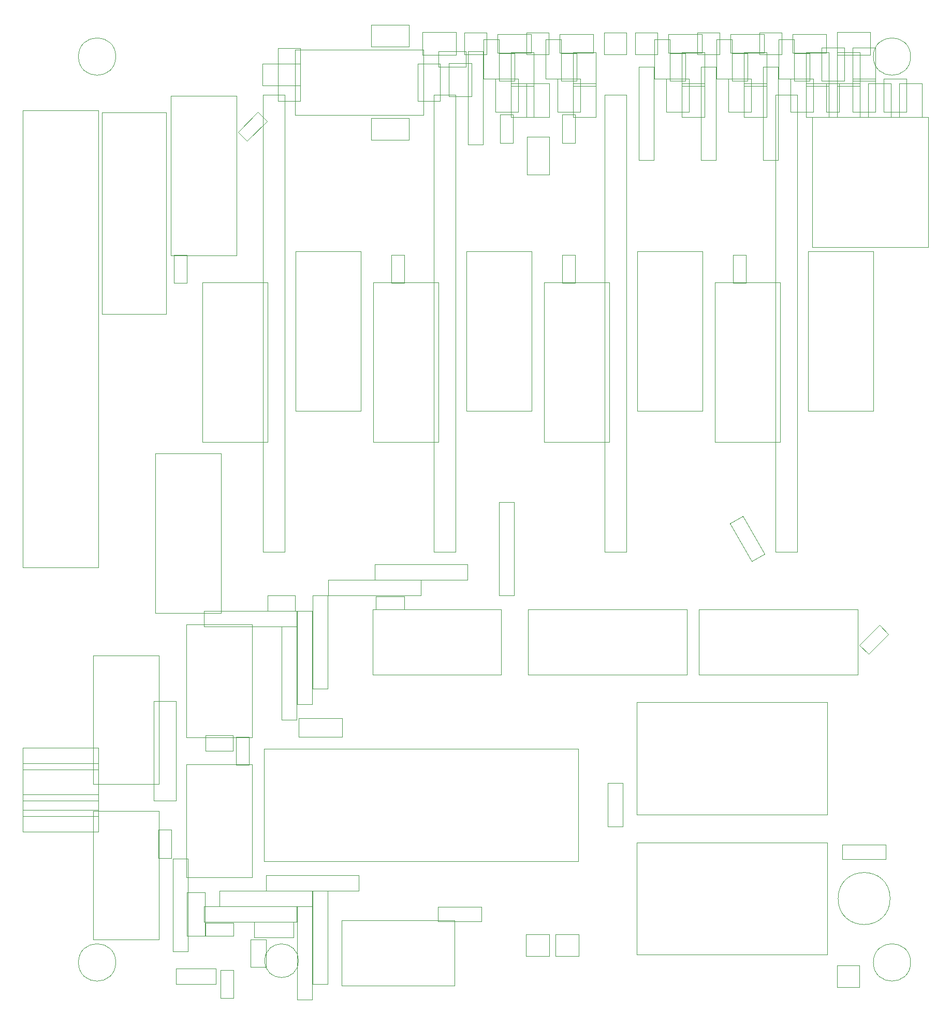
<source format=gbr>
%TF.GenerationSoftware,KiCad,Pcbnew,5.1.10*%
%TF.CreationDate,2022-02-01T20:50:29+01:00*%
%TF.ProjectId,Videoerweiterung,56696465-6f65-4727-9765-69746572756e,3*%
%TF.SameCoordinates,Original*%
%TF.FileFunction,Other,User*%
%FSLAX46Y46*%
G04 Gerber Fmt 4.6, Leading zero omitted, Abs format (unit mm)*
G04 Created by KiCad (PCBNEW 5.1.10) date 2022-02-01 20:50:29*
%MOMM*%
%LPD*%
G01*
G04 APERTURE LIST*
%ADD10C,0.050000*%
%ADD11C,0.120000*%
G04 APERTURE END LIST*
D10*
%TO.C,X206*%
X120020000Y-198880000D02*
X120020000Y-202440000D01*
X120020000Y-202440000D02*
X123820000Y-202440000D01*
X123820000Y-202440000D02*
X123820000Y-198880000D01*
X123820000Y-198880000D02*
X120020000Y-198880000D01*
X124820000Y-198880000D02*
X124820000Y-202440000D01*
X124820000Y-202440000D02*
X128620000Y-202440000D01*
X128620000Y-202440000D02*
X128620000Y-198880000D01*
X128620000Y-198880000D02*
X124820000Y-198880000D01*
%TO.C,C23*%
X179550000Y-193040000D02*
G75*
G03*
X179550000Y-193040000I-4250000J0D01*
G01*
D11*
%TO.C,X401*%
X166800000Y-86600000D02*
X185800000Y-86600000D01*
X166800000Y-65400000D02*
X166800000Y-86600000D01*
X185800000Y-65400000D02*
X166800000Y-65400000D01*
X185800000Y-65400000D02*
X185800000Y-86600000D01*
D10*
%TO.C,VT404*%
X161310000Y-52630000D02*
X161310000Y-59130000D01*
X163860000Y-52630000D02*
X161310000Y-52630000D01*
X163860000Y-59130000D02*
X163860000Y-52630000D01*
X161310000Y-59130000D02*
X163860000Y-59130000D01*
%TO.C,VT403*%
X151150000Y-52630000D02*
X151150000Y-59130000D01*
X153700000Y-52630000D02*
X151150000Y-52630000D01*
X153700000Y-59130000D02*
X153700000Y-52630000D01*
X151150000Y-59130000D02*
X153700000Y-59130000D01*
%TO.C,VT402*%
X140990000Y-52630000D02*
X140990000Y-59130000D01*
X143540000Y-52630000D02*
X140990000Y-52630000D01*
X143540000Y-59130000D02*
X143540000Y-52630000D01*
X140990000Y-59130000D02*
X143540000Y-59130000D01*
%TO.C,VT401*%
X123210000Y-52630000D02*
X123210000Y-59130000D01*
X125760000Y-52630000D02*
X123210000Y-52630000D01*
X125760000Y-59130000D02*
X125760000Y-52630000D01*
X123210000Y-59130000D02*
X125760000Y-59130000D01*
%TO.C,VT400*%
X113050000Y-52630000D02*
X113050000Y-59130000D01*
X115600000Y-52630000D02*
X113050000Y-52630000D01*
X115600000Y-59130000D02*
X115600000Y-52630000D01*
X113050000Y-59130000D02*
X115600000Y-59130000D01*
%TO.C,VT201*%
X62790000Y-206990000D02*
X69290000Y-206990000D01*
X62790000Y-204440000D02*
X62790000Y-206990000D01*
X69290000Y-204440000D02*
X62790000Y-204440000D01*
X69290000Y-206990000D02*
X69290000Y-204440000D01*
%TO.C,VT200*%
X75510000Y-199370000D02*
X82010000Y-199370000D01*
X75510000Y-196820000D02*
X75510000Y-199370000D01*
X82010000Y-196820000D02*
X75510000Y-196820000D01*
X82010000Y-199370000D02*
X82010000Y-196820000D01*
%TO.C,VD203*%
X82240000Y-143530000D02*
X77740000Y-143530000D01*
X82240000Y-146080000D02*
X82240000Y-143530000D01*
X77740000Y-146080000D02*
X82240000Y-146080000D01*
X77740000Y-143530000D02*
X77740000Y-146080000D01*
%TO.C,R212*%
X67330000Y-146070000D02*
X67330000Y-148570000D01*
X67330000Y-148570000D02*
X82530000Y-148570000D01*
X82530000Y-148570000D02*
X82530000Y-146070000D01*
X82530000Y-146070000D02*
X67330000Y-146070000D01*
%TO.C,TP201*%
X174520000Y-203940000D02*
X170920000Y-203940000D01*
X174520000Y-207540000D02*
X174520000Y-203940000D01*
X170920000Y-207540000D02*
X174520000Y-207540000D01*
X170920000Y-203940000D02*
X170920000Y-207540000D01*
%TO.C,H3*%
X182910000Y-55480000D02*
G75*
G03*
X182910000Y-55480000I-3050000J0D01*
G01*
%TO.C,X205*%
X50060000Y-182140000D02*
X50060000Y-178540000D01*
X50060000Y-178540000D02*
X37710000Y-178540000D01*
X37710000Y-178540000D02*
X37710000Y-182140000D01*
X37710000Y-182140000D02*
X50060000Y-182140000D01*
%TO.C,R409*%
X177110000Y-59470000D02*
X177110000Y-54030000D01*
X173410000Y-59470000D02*
X177110000Y-59470000D01*
X173410000Y-54030000D02*
X173410000Y-59470000D01*
X177110000Y-54030000D02*
X173410000Y-54030000D01*
%TO.C,R408*%
X176310000Y-51490000D02*
X170870000Y-51490000D01*
X176310000Y-55190000D02*
X176310000Y-51490000D01*
X170870000Y-55190000D02*
X176310000Y-55190000D01*
X170870000Y-51490000D02*
X170870000Y-55190000D01*
%TO.C,R407*%
X170870000Y-54830000D02*
X170870000Y-60270000D01*
X174570000Y-54830000D02*
X170870000Y-54830000D01*
X174570000Y-60270000D02*
X174570000Y-54830000D01*
X170870000Y-60270000D02*
X174570000Y-60270000D01*
%TO.C,R406*%
X172030000Y-59470000D02*
X172030000Y-54030000D01*
X168330000Y-59470000D02*
X172030000Y-59470000D01*
X168330000Y-54030000D02*
X168330000Y-59470000D01*
X172030000Y-54030000D02*
X168330000Y-54030000D01*
%TO.C,R405*%
X181030000Y-59910000D02*
X181030000Y-65350000D01*
X184730000Y-59910000D02*
X181030000Y-59910000D01*
X184730000Y-65350000D02*
X184730000Y-59910000D01*
X181030000Y-65350000D02*
X184730000Y-65350000D01*
%TO.C,R404*%
X182190000Y-64550000D02*
X182190000Y-59110000D01*
X178490000Y-64550000D02*
X182190000Y-64550000D01*
X178490000Y-59110000D02*
X178490000Y-64550000D01*
X182190000Y-59110000D02*
X178490000Y-59110000D01*
%TO.C,R403*%
X177110000Y-64550000D02*
X177110000Y-59110000D01*
X173410000Y-64550000D02*
X177110000Y-64550000D01*
X173410000Y-59110000D02*
X173410000Y-64550000D01*
X177110000Y-59110000D02*
X173410000Y-59110000D01*
%TO.C,R402*%
X175950000Y-59910000D02*
X175950000Y-65350000D01*
X179650000Y-59910000D02*
X175950000Y-59910000D01*
X179650000Y-65350000D02*
X179650000Y-59910000D01*
X175950000Y-65350000D02*
X179650000Y-65350000D01*
%TO.C,R401*%
X170870000Y-59910000D02*
X170870000Y-65350000D01*
X174570000Y-59910000D02*
X170870000Y-59910000D01*
X174570000Y-65350000D02*
X174570000Y-59910000D01*
X170870000Y-65350000D02*
X174570000Y-65350000D01*
%TO.C,TP404*%
X161820000Y-51540000D02*
X158220000Y-51540000D01*
X161820000Y-55140000D02*
X161820000Y-51540000D01*
X158220000Y-55140000D02*
X161820000Y-55140000D01*
X158220000Y-51540000D02*
X158220000Y-55140000D01*
%TO.C,TP403*%
X151660000Y-51540000D02*
X148060000Y-51540000D01*
X151660000Y-55140000D02*
X151660000Y-51540000D01*
X148060000Y-55140000D02*
X151660000Y-55140000D01*
X148060000Y-51540000D02*
X148060000Y-55140000D01*
%TO.C,TP402*%
X141500000Y-51540000D02*
X137900000Y-51540000D01*
X141500000Y-55140000D02*
X141500000Y-51540000D01*
X137900000Y-55140000D02*
X141500000Y-55140000D01*
X137900000Y-51540000D02*
X137900000Y-55140000D01*
%TO.C,TP401*%
X123720000Y-51540000D02*
X120120000Y-51540000D01*
X123720000Y-55140000D02*
X123720000Y-51540000D01*
X120120000Y-55140000D02*
X123720000Y-55140000D01*
X120120000Y-51540000D02*
X120120000Y-55140000D01*
%TO.C,TP400*%
X113560000Y-51540000D02*
X109960000Y-51540000D01*
X113560000Y-55140000D02*
X113560000Y-51540000D01*
X109960000Y-55140000D02*
X113560000Y-55140000D01*
X109960000Y-51540000D02*
X109960000Y-55140000D01*
%TO.C,R501*%
X111070000Y-62010000D02*
X111070000Y-56570000D01*
X107370000Y-62010000D02*
X111070000Y-62010000D01*
X107370000Y-56570000D02*
X107370000Y-62010000D01*
X111070000Y-56570000D02*
X107370000Y-56570000D01*
%TO.C,JP507*%
X94720000Y-50270000D02*
X94720000Y-53870000D01*
X100870000Y-50270000D02*
X94720000Y-50270000D01*
X100870000Y-53870000D02*
X100870000Y-50270000D01*
X94720000Y-53870000D02*
X100870000Y-53870000D01*
%TO.C,JP506*%
X123800000Y-68600000D02*
X120200000Y-68600000D01*
X123800000Y-74750000D02*
X123800000Y-68600000D01*
X120200000Y-74750000D02*
X123800000Y-74750000D01*
X120200000Y-68600000D02*
X120200000Y-74750000D01*
%TO.C,JP505*%
X105940000Y-56620000D02*
X102340000Y-56620000D01*
X105940000Y-62770000D02*
X105940000Y-56620000D01*
X102340000Y-62770000D02*
X105940000Y-62770000D01*
X102340000Y-56620000D02*
X102340000Y-62770000D01*
%TO.C,JP504*%
X83080000Y-56620000D02*
X79480000Y-56620000D01*
X83080000Y-62770000D02*
X83080000Y-56620000D01*
X79480000Y-62770000D02*
X83080000Y-62770000D01*
X79480000Y-56620000D02*
X79480000Y-62770000D01*
%TO.C,JP503*%
X83080000Y-60220000D02*
X83080000Y-56620000D01*
X76930000Y-60220000D02*
X83080000Y-60220000D01*
X76930000Y-56620000D02*
X76930000Y-60220000D01*
X83080000Y-56620000D02*
X76930000Y-56620000D01*
%TO.C,JP502*%
X94720000Y-65510000D02*
X94720000Y-69110000D01*
X100870000Y-65510000D02*
X94720000Y-65510000D01*
X100870000Y-69110000D02*
X100870000Y-65510000D01*
X94720000Y-69110000D02*
X100870000Y-69110000D01*
%TO.C,JP501*%
X83080000Y-54080000D02*
X79480000Y-54080000D01*
X83080000Y-60230000D02*
X83080000Y-54080000D01*
X79480000Y-60230000D02*
X83080000Y-60230000D01*
X79480000Y-54080000D02*
X79480000Y-60230000D01*
%TO.C,VD201*%
X72170000Y-204740000D02*
X70070000Y-204740000D01*
X70070000Y-204740000D02*
X70070000Y-209330000D01*
X70070000Y-209330000D02*
X72170000Y-209330000D01*
X72170000Y-209330000D02*
X72170000Y-204740000D01*
%TO.C,C18*%
X105630000Y-194380000D02*
X105630000Y-196780000D01*
X105630000Y-196780000D02*
X112730000Y-196780000D01*
X112730000Y-196780000D02*
X112730000Y-194380000D01*
X112730000Y-194380000D02*
X105630000Y-194380000D01*
%TO.C,C24*%
X72170000Y-199170000D02*
X72170000Y-197070000D01*
X72170000Y-197070000D02*
X67570000Y-197070000D01*
X67570000Y-197070000D02*
X67570000Y-199170000D01*
X67570000Y-199170000D02*
X72170000Y-199170000D01*
%TO.C,X202*%
X50060000Y-177060000D02*
X50060000Y-170910000D01*
X50060000Y-170910000D02*
X37710000Y-170910000D01*
X37710000Y-170910000D02*
X37710000Y-177060000D01*
X37710000Y-177060000D02*
X50060000Y-177060000D01*
%TO.C,C22*%
X178850000Y-186620000D02*
X178850000Y-184220000D01*
X178850000Y-184220000D02*
X171750000Y-184220000D01*
X171750000Y-184220000D02*
X171750000Y-186620000D01*
X171750000Y-186620000D02*
X178850000Y-186620000D01*
%TO.C,C20*%
X179284924Y-149860000D02*
X177800000Y-148375076D01*
X177800000Y-148375076D02*
X174547309Y-151627767D01*
X174547309Y-151627767D02*
X176032233Y-153112691D01*
X176032233Y-153112691D02*
X179284924Y-149860000D01*
%TO.C,C19*%
X155454230Y-130570673D02*
X153375770Y-131770673D01*
X153375770Y-131770673D02*
X156925770Y-137919454D01*
X156925770Y-137919454D02*
X159004230Y-136719454D01*
X159004230Y-136719454D02*
X155454230Y-130570673D01*
%TO.C,C17*%
X62010000Y-181830000D02*
X59910000Y-181830000D01*
X59910000Y-181830000D02*
X59910000Y-186430000D01*
X59910000Y-186430000D02*
X62010000Y-186430000D01*
X62010000Y-186430000D02*
X62010000Y-181830000D01*
%TO.C,C15*%
X72610000Y-171230000D02*
X74710000Y-171230000D01*
X74710000Y-171230000D02*
X74710000Y-166630000D01*
X74710000Y-166630000D02*
X72610000Y-166630000D01*
X72610000Y-166630000D02*
X72610000Y-171230000D01*
%TO.C,C14*%
X95470000Y-143730000D02*
X95470000Y-145830000D01*
X95470000Y-145830000D02*
X100070000Y-145830000D01*
X100070000Y-145830000D02*
X100070000Y-143730000D01*
X100070000Y-143730000D02*
X95470000Y-143730000D01*
%TO.C,C13*%
X153890000Y-92490000D02*
X155990000Y-92490000D01*
X155990000Y-92490000D02*
X155990000Y-87890000D01*
X155990000Y-87890000D02*
X153890000Y-87890000D01*
X153890000Y-87890000D02*
X153890000Y-92490000D01*
%TO.C,C12*%
X128050000Y-64990000D02*
X125950000Y-64990000D01*
X125950000Y-64990000D02*
X125950000Y-69590000D01*
X125950000Y-69590000D02*
X128050000Y-69590000D01*
X128050000Y-69590000D02*
X128050000Y-64990000D01*
%TO.C,C10*%
X125950000Y-92490000D02*
X128050000Y-92490000D01*
X128050000Y-92490000D02*
X128050000Y-87890000D01*
X128050000Y-87890000D02*
X125950000Y-87890000D01*
X125950000Y-87890000D02*
X125950000Y-92490000D01*
%TO.C,C9*%
X62450000Y-92490000D02*
X64550000Y-92490000D01*
X64550000Y-92490000D02*
X64550000Y-87890000D01*
X64550000Y-87890000D02*
X62450000Y-87890000D01*
X62450000Y-87890000D02*
X62450000Y-92490000D01*
%TO.C,C8*%
X117890000Y-64990000D02*
X115790000Y-64990000D01*
X115790000Y-64990000D02*
X115790000Y-69590000D01*
X115790000Y-69590000D02*
X117890000Y-69590000D01*
X117890000Y-69590000D02*
X117890000Y-64990000D01*
%TO.C,C7*%
X98010000Y-92490000D02*
X100110000Y-92490000D01*
X100110000Y-92490000D02*
X100110000Y-87890000D01*
X100110000Y-87890000D02*
X98010000Y-87890000D01*
X98010000Y-87890000D02*
X98010000Y-92490000D01*
%TO.C,C5*%
X171230000Y-59910000D02*
X169130000Y-59910000D01*
X169130000Y-59910000D02*
X169130000Y-64510000D01*
X169130000Y-64510000D02*
X171230000Y-64510000D01*
X171230000Y-64510000D02*
X171230000Y-59910000D01*
%TO.C,C4*%
X77644924Y-66040000D02*
X76160000Y-64555076D01*
X76160000Y-64555076D02*
X72907309Y-67807767D01*
X72907309Y-67807767D02*
X74392233Y-69292691D01*
X74392233Y-69292691D02*
X77644924Y-66040000D01*
%TO.C,C3*%
X135820000Y-174210000D02*
X133420000Y-174210000D01*
X133420000Y-174210000D02*
X133420000Y-181310000D01*
X133420000Y-181310000D02*
X135820000Y-181310000D01*
X135820000Y-181310000D02*
X135820000Y-174210000D01*
%TO.C,C2*%
X61130000Y-64590000D02*
X50630000Y-64590000D01*
X50630000Y-64590000D02*
X50630000Y-97570000D01*
X50630000Y-97570000D02*
X61130000Y-97570000D01*
X61130000Y-97570000D02*
X61130000Y-64590000D01*
%TO.C,X405*%
X132820000Y-51540000D02*
X132820000Y-55140000D01*
X132820000Y-55140000D02*
X136420000Y-55140000D01*
X136420000Y-55140000D02*
X136420000Y-51540000D01*
X136420000Y-51540000D02*
X132820000Y-51540000D01*
%TO.C,C202*%
X89950000Y-166600000D02*
X89950000Y-163600000D01*
X89950000Y-163600000D02*
X82850000Y-163600000D01*
X82850000Y-163600000D02*
X82850000Y-166600000D01*
X82850000Y-166600000D02*
X89950000Y-166600000D01*
%TO.C,R20*%
X120070000Y-65350000D02*
X123770000Y-65350000D01*
X123770000Y-65350000D02*
X123770000Y-59910000D01*
X123770000Y-59910000D02*
X120070000Y-59910000D01*
X120070000Y-59910000D02*
X120070000Y-65350000D01*
%TO.C,VD405*%
X163850000Y-59420000D02*
X166400000Y-59420000D01*
X166400000Y-59420000D02*
X166400000Y-54920000D01*
X166400000Y-54920000D02*
X163850000Y-54920000D01*
X163850000Y-54920000D02*
X163850000Y-59420000D01*
%TO.C,VD404*%
X153690000Y-59420000D02*
X156240000Y-59420000D01*
X156240000Y-59420000D02*
X156240000Y-54920000D01*
X156240000Y-54920000D02*
X153690000Y-54920000D01*
X153690000Y-54920000D02*
X153690000Y-59420000D01*
%TO.C,VD403*%
X143530000Y-59420000D02*
X146080000Y-59420000D01*
X146080000Y-59420000D02*
X146080000Y-54920000D01*
X146080000Y-54920000D02*
X143530000Y-54920000D01*
X143530000Y-54920000D02*
X143530000Y-59420000D01*
%TO.C,VD402*%
X125750000Y-59420000D02*
X128300000Y-59420000D01*
X128300000Y-59420000D02*
X128300000Y-54920000D01*
X128300000Y-54920000D02*
X125750000Y-54920000D01*
X125750000Y-54920000D02*
X125750000Y-59420000D01*
%TO.C,VD401*%
X115590000Y-59420000D02*
X118140000Y-59420000D01*
X118140000Y-59420000D02*
X118140000Y-54920000D01*
X118140000Y-54920000D02*
X115590000Y-54920000D01*
X115590000Y-54920000D02*
X115590000Y-59420000D01*
%TO.C,VD400*%
X105680000Y-54630000D02*
X105680000Y-57180000D01*
X105680000Y-57180000D02*
X110180000Y-57180000D01*
X110180000Y-57180000D02*
X110180000Y-54630000D01*
X110180000Y-54630000D02*
X105680000Y-54630000D01*
%TO.C,VD202*%
X67580000Y-166390000D02*
X67580000Y-168940000D01*
X67580000Y-168940000D02*
X72080000Y-168940000D01*
X72080000Y-168940000D02*
X72080000Y-166390000D01*
X72080000Y-166390000D02*
X67580000Y-166390000D01*
%TO.C,VD200*%
X74950000Y-204200000D02*
X77500000Y-204200000D01*
X77500000Y-204200000D02*
X77500000Y-199700000D01*
X77500000Y-199700000D02*
X74950000Y-199700000D01*
X74950000Y-199700000D02*
X74950000Y-204200000D01*
%TO.C,D21*%
X49250000Y-178740000D02*
X49250000Y-199740000D01*
X49250000Y-199740000D02*
X59950000Y-199740000D01*
X59950000Y-199740000D02*
X59950000Y-178740000D01*
X59950000Y-178740000D02*
X49250000Y-178740000D01*
%TO.C,D20*%
X49250000Y-153340000D02*
X49250000Y-174340000D01*
X49250000Y-174340000D02*
X59950000Y-174340000D01*
X59950000Y-174340000D02*
X59950000Y-153340000D01*
X59950000Y-153340000D02*
X49250000Y-153340000D01*
%TO.C,D19*%
X64490000Y-171120000D02*
X64490000Y-189570000D01*
X64490000Y-189570000D02*
X75190000Y-189570000D01*
X75190000Y-189570000D02*
X75190000Y-171120000D01*
X75190000Y-171120000D02*
X64490000Y-171120000D01*
%TO.C,D18*%
X64490000Y-148260000D02*
X64490000Y-166710000D01*
X64490000Y-166710000D02*
X75190000Y-166710000D01*
X75190000Y-166710000D02*
X75190000Y-148260000D01*
X75190000Y-148260000D02*
X64490000Y-148260000D01*
%TO.C,D17*%
X59410000Y-120320000D02*
X59410000Y-146370000D01*
X59410000Y-146370000D02*
X70110000Y-146370000D01*
X70110000Y-146370000D02*
X70110000Y-120320000D01*
X70110000Y-120320000D02*
X59410000Y-120320000D01*
%TO.C,D16*%
X77750000Y-118440000D02*
X77750000Y-92390000D01*
X77750000Y-92390000D02*
X67050000Y-92390000D01*
X67050000Y-92390000D02*
X67050000Y-118440000D01*
X67050000Y-118440000D02*
X77750000Y-118440000D01*
%TO.C,D15*%
X61950000Y-61900000D02*
X61950000Y-87950000D01*
X61950000Y-87950000D02*
X72650000Y-87950000D01*
X72650000Y-87950000D02*
X72650000Y-61900000D01*
X72650000Y-61900000D02*
X61950000Y-61900000D01*
%TO.C,D14*%
X89840000Y-207290000D02*
X108290000Y-207290000D01*
X108290000Y-207290000D02*
X108290000Y-196590000D01*
X108290000Y-196590000D02*
X89840000Y-196590000D01*
X89840000Y-196590000D02*
X89840000Y-207290000D01*
%TO.C,D13*%
X77140000Y-186970000D02*
X128590000Y-186970000D01*
X128590000Y-186970000D02*
X128590000Y-168620000D01*
X128590000Y-168620000D02*
X77140000Y-168620000D01*
X77140000Y-168620000D02*
X77140000Y-186970000D01*
%TO.C,D12*%
X92990000Y-113360000D02*
X92990000Y-87310000D01*
X92990000Y-87310000D02*
X82290000Y-87310000D01*
X82290000Y-87310000D02*
X82290000Y-113360000D01*
X82290000Y-113360000D02*
X92990000Y-113360000D01*
%TO.C,D11*%
X105690000Y-118440000D02*
X105690000Y-92390000D01*
X105690000Y-92390000D02*
X94990000Y-92390000D01*
X94990000Y-92390000D02*
X94990000Y-118440000D01*
X94990000Y-118440000D02*
X105690000Y-118440000D01*
%TO.C,D10*%
X94920000Y-156490000D02*
X115920000Y-156490000D01*
X115920000Y-156490000D02*
X115920000Y-145790000D01*
X115920000Y-145790000D02*
X94920000Y-145790000D01*
X94920000Y-145790000D02*
X94920000Y-156490000D01*
%TO.C,D9*%
X120930000Y-113360000D02*
X120930000Y-87310000D01*
X120930000Y-87310000D02*
X110230000Y-87310000D01*
X110230000Y-87310000D02*
X110230000Y-113360000D01*
X110230000Y-113360000D02*
X120930000Y-113360000D01*
%TO.C,D8*%
X120320000Y-156490000D02*
X146370000Y-156490000D01*
X146370000Y-156490000D02*
X146370000Y-145790000D01*
X146370000Y-145790000D02*
X120320000Y-145790000D01*
X120320000Y-145790000D02*
X120320000Y-156490000D01*
%TO.C,D7*%
X133630000Y-118440000D02*
X133630000Y-92390000D01*
X133630000Y-92390000D02*
X122930000Y-92390000D01*
X122930000Y-92390000D02*
X122930000Y-118440000D01*
X122930000Y-118440000D02*
X133630000Y-118440000D01*
%TO.C,D6*%
X169240000Y-183870000D02*
X138090000Y-183870000D01*
X138090000Y-183870000D02*
X138090000Y-202220000D01*
X138090000Y-202220000D02*
X169240000Y-202220000D01*
X169240000Y-202220000D02*
X169240000Y-183870000D01*
%TO.C,D5*%
X138100000Y-179350000D02*
X169250000Y-179350000D01*
X169250000Y-179350000D02*
X169250000Y-161000000D01*
X169250000Y-161000000D02*
X138100000Y-161000000D01*
X138100000Y-161000000D02*
X138100000Y-179350000D01*
%TO.C,D4*%
X148870000Y-113360000D02*
X148870000Y-87310000D01*
X148870000Y-87310000D02*
X138170000Y-87310000D01*
X138170000Y-87310000D02*
X138170000Y-113360000D01*
X138170000Y-113360000D02*
X148870000Y-113360000D01*
%TO.C,D3*%
X161570000Y-118440000D02*
X161570000Y-92390000D01*
X161570000Y-92390000D02*
X150870000Y-92390000D01*
X150870000Y-92390000D02*
X150870000Y-118440000D01*
X150870000Y-118440000D02*
X161570000Y-118440000D01*
%TO.C,D2*%
X148260000Y-156490000D02*
X174310000Y-156490000D01*
X174310000Y-156490000D02*
X174310000Y-145790000D01*
X174310000Y-145790000D02*
X148260000Y-145790000D01*
X148260000Y-145790000D02*
X148260000Y-156490000D01*
%TO.C,D1*%
X176810000Y-113360000D02*
X176810000Y-87310000D01*
X176810000Y-87310000D02*
X166110000Y-87310000D01*
X166110000Y-87310000D02*
X166110000Y-113360000D01*
X166110000Y-113360000D02*
X176810000Y-113360000D01*
%TO.C,D0*%
X82220000Y-65050000D02*
X103220000Y-65050000D01*
X103220000Y-65050000D02*
X103220000Y-54350000D01*
X103220000Y-54350000D02*
X82220000Y-54350000D01*
X82220000Y-54350000D02*
X82220000Y-65050000D01*
%TO.C,H4*%
X182910000Y-203480000D02*
G75*
G03*
X182910000Y-203480000I-3050000J0D01*
G01*
%TO.C,H2*%
X52910000Y-203480000D02*
G75*
G03*
X52910000Y-203480000I-3050000J0D01*
G01*
%TO.C,H1*%
X52910000Y-55480000D02*
G75*
G03*
X52910000Y-55480000I-3050000J0D01*
G01*
%TO.C,R211*%
X115590000Y-128290000D02*
X115590000Y-143490000D01*
X118090000Y-128290000D02*
X115590000Y-128290000D01*
X118090000Y-143490000D02*
X118090000Y-128290000D01*
X115590000Y-143490000D02*
X118090000Y-143490000D01*
%TO.C,R210*%
X85070000Y-161270000D02*
X85070000Y-146070000D01*
X82570000Y-161270000D02*
X85070000Y-161270000D01*
X82570000Y-146070000D02*
X82570000Y-161270000D01*
X85070000Y-146070000D02*
X82570000Y-146070000D01*
%TO.C,R209*%
X87610000Y-158730000D02*
X87610000Y-143530000D01*
X85110000Y-158730000D02*
X87610000Y-158730000D01*
X85110000Y-143530000D02*
X85110000Y-158730000D01*
X87610000Y-143530000D02*
X85110000Y-143530000D01*
%TO.C,R208*%
X87650000Y-143490000D02*
X102850000Y-143490000D01*
X87650000Y-140990000D02*
X87650000Y-143490000D01*
X102850000Y-140990000D02*
X87650000Y-140990000D01*
X102850000Y-143490000D02*
X102850000Y-140990000D01*
%TO.C,R207*%
X95270000Y-140950000D02*
X110470000Y-140950000D01*
X95270000Y-138450000D02*
X95270000Y-140950000D01*
X110470000Y-138450000D02*
X95270000Y-138450000D01*
X110470000Y-140950000D02*
X110470000Y-138450000D01*
%TO.C,R206*%
X82530000Y-163810000D02*
X82530000Y-148610000D01*
X80030000Y-163810000D02*
X82530000Y-163810000D01*
X80030000Y-148610000D02*
X80030000Y-163810000D01*
X82530000Y-148610000D02*
X80030000Y-148610000D01*
%TO.C,R205*%
X92690000Y-189250000D02*
X77490000Y-189250000D01*
X92690000Y-191750000D02*
X92690000Y-189250000D01*
X77490000Y-191750000D02*
X92690000Y-191750000D01*
X77490000Y-189250000D02*
X77490000Y-191750000D01*
%TO.C,R204*%
X62250000Y-186510000D02*
X62250000Y-201710000D01*
X64750000Y-186510000D02*
X62250000Y-186510000D01*
X64750000Y-201710000D02*
X64750000Y-186510000D01*
X62250000Y-201710000D02*
X64750000Y-201710000D01*
%TO.C,R203*%
X85110000Y-191790000D02*
X85110000Y-206990000D01*
X87610000Y-191790000D02*
X85110000Y-191790000D01*
X87610000Y-206990000D02*
X87610000Y-191790000D01*
X85110000Y-206990000D02*
X87610000Y-206990000D01*
%TO.C,R202*%
X85070000Y-209530000D02*
X85070000Y-194330000D01*
X82570000Y-209530000D02*
X85070000Y-209530000D01*
X82570000Y-194330000D02*
X82570000Y-209530000D01*
X85070000Y-194330000D02*
X82570000Y-194330000D01*
%TO.C,R201*%
X85070000Y-191790000D02*
X69870000Y-191790000D01*
X85070000Y-194290000D02*
X85070000Y-191790000D01*
X69870000Y-194290000D02*
X85070000Y-194290000D01*
X69870000Y-191790000D02*
X69870000Y-194290000D01*
%TO.C,R200*%
X67330000Y-196830000D02*
X82530000Y-196830000D01*
X67330000Y-194330000D02*
X67330000Y-196830000D01*
X82530000Y-194330000D02*
X67330000Y-194330000D01*
X82530000Y-196830000D02*
X82530000Y-194330000D01*
%TO.C,R25*%
X110510000Y-54630000D02*
X110510000Y-69830000D01*
X113010000Y-54630000D02*
X110510000Y-54630000D01*
X113010000Y-69830000D02*
X113010000Y-54630000D01*
X110510000Y-69830000D02*
X113010000Y-69830000D01*
%TO.C,R15*%
X138450000Y-57170000D02*
X138450000Y-72370000D01*
X140950000Y-57170000D02*
X138450000Y-57170000D01*
X140950000Y-72370000D02*
X140950000Y-57170000D01*
X138450000Y-72370000D02*
X140950000Y-72370000D01*
%TO.C,R10*%
X148610000Y-57170000D02*
X148610000Y-72370000D01*
X151110000Y-57170000D02*
X148610000Y-57170000D01*
X151110000Y-72370000D02*
X151110000Y-57170000D01*
X148610000Y-72370000D02*
X151110000Y-72370000D01*
%TO.C,R5*%
X158770000Y-57170000D02*
X158770000Y-72370000D01*
X161270000Y-57170000D02*
X158770000Y-57170000D01*
X161270000Y-72370000D02*
X161270000Y-57170000D01*
X158770000Y-72370000D02*
X161270000Y-72370000D01*
%TO.C,X303*%
X136420000Y-61720000D02*
X136420000Y-136420000D01*
X132870000Y-61720000D02*
X136420000Y-61720000D01*
X132870000Y-136420000D02*
X132870000Y-61720000D01*
X136420000Y-136420000D02*
X132870000Y-136420000D01*
%TO.C,X302*%
X108480000Y-61720000D02*
X108480000Y-136420000D01*
X104930000Y-61720000D02*
X108480000Y-61720000D01*
X104930000Y-136420000D02*
X104930000Y-61720000D01*
X108480000Y-136420000D02*
X104930000Y-136420000D01*
%TO.C,X301*%
X164360000Y-61720000D02*
X164360000Y-136420000D01*
X160810000Y-61720000D02*
X164360000Y-61720000D01*
X160810000Y-136420000D02*
X160810000Y-61720000D01*
X164360000Y-136420000D02*
X160810000Y-136420000D01*
%TO.C,X300*%
X80540000Y-61720000D02*
X80540000Y-136420000D01*
X76990000Y-61720000D02*
X80540000Y-61720000D01*
X76990000Y-136420000D02*
X76990000Y-61720000D01*
X80540000Y-136420000D02*
X76990000Y-136420000D01*
%TO.C,X204*%
X37710000Y-171980000D02*
X50060000Y-171980000D01*
X37710000Y-168380000D02*
X37710000Y-171980000D01*
X50060000Y-168380000D02*
X37710000Y-168380000D01*
X50060000Y-171980000D02*
X50060000Y-168380000D01*
%TO.C,X203*%
X62760000Y-160760000D02*
X59160000Y-160760000D01*
X62760000Y-177060000D02*
X62760000Y-160760000D01*
X59160000Y-177060000D02*
X62760000Y-177060000D01*
X59160000Y-160760000D02*
X59160000Y-177060000D01*
%TO.C,X201*%
X37710000Y-179600000D02*
X50060000Y-179600000D01*
X37710000Y-176000000D02*
X37710000Y-179600000D01*
X50060000Y-176000000D02*
X37710000Y-176000000D01*
X50060000Y-179600000D02*
X50060000Y-176000000D01*
%TO.C,X200*%
X37710000Y-138960000D02*
X50060000Y-138960000D01*
X37710000Y-64260000D02*
X37710000Y-138960000D01*
X50060000Y-64260000D02*
X37710000Y-64260000D01*
X50060000Y-138960000D02*
X50060000Y-64260000D01*
%TO.C,R26*%
X103090000Y-55190000D02*
X108530000Y-55190000D01*
X103090000Y-51490000D02*
X103090000Y-55190000D01*
X108530000Y-51490000D02*
X103090000Y-51490000D01*
X108530000Y-55190000D02*
X108530000Y-51490000D01*
%TO.C,R24*%
X118690000Y-64550000D02*
X118690000Y-59110000D01*
X114990000Y-64550000D02*
X118690000Y-64550000D01*
X114990000Y-59110000D02*
X114990000Y-64550000D01*
X118690000Y-59110000D02*
X114990000Y-59110000D01*
%TO.C,R23*%
X117530000Y-59910000D02*
X117530000Y-65350000D01*
X121230000Y-59910000D02*
X117530000Y-59910000D01*
X121230000Y-65350000D02*
X121230000Y-59910000D01*
X117530000Y-65350000D02*
X121230000Y-65350000D01*
%TO.C,R22*%
X117530000Y-54830000D02*
X117530000Y-60270000D01*
X121230000Y-54830000D02*
X117530000Y-54830000D01*
X121230000Y-60270000D02*
X121230000Y-54830000D01*
X117530000Y-60270000D02*
X121230000Y-60270000D01*
%TO.C,R19*%
X128850000Y-64550000D02*
X128850000Y-59110000D01*
X125150000Y-64550000D02*
X128850000Y-64550000D01*
X125150000Y-59110000D02*
X125150000Y-64550000D01*
X128850000Y-59110000D02*
X125150000Y-59110000D01*
%TO.C,R18*%
X127690000Y-59910000D02*
X127690000Y-65350000D01*
X131390000Y-59910000D02*
X127690000Y-59910000D01*
X131390000Y-65350000D02*
X131390000Y-59910000D01*
X127690000Y-65350000D02*
X131390000Y-65350000D01*
%TO.C,R17*%
X127690000Y-54830000D02*
X127690000Y-60270000D01*
X131390000Y-54830000D02*
X127690000Y-54830000D01*
X131390000Y-60270000D02*
X131390000Y-54830000D01*
X127690000Y-60270000D02*
X131390000Y-60270000D01*
%TO.C,R14*%
X146630000Y-64550000D02*
X146630000Y-59110000D01*
X142930000Y-64550000D02*
X146630000Y-64550000D01*
X142930000Y-59110000D02*
X142930000Y-64550000D01*
X146630000Y-59110000D02*
X142930000Y-59110000D01*
%TO.C,R13*%
X145470000Y-59910000D02*
X145470000Y-65350000D01*
X149170000Y-59910000D02*
X145470000Y-59910000D01*
X149170000Y-65350000D02*
X149170000Y-59910000D01*
X145470000Y-65350000D02*
X149170000Y-65350000D01*
%TO.C,R12*%
X145470000Y-54830000D02*
X145470000Y-60270000D01*
X149170000Y-54830000D02*
X145470000Y-54830000D01*
X149170000Y-60270000D02*
X149170000Y-54830000D01*
X145470000Y-60270000D02*
X149170000Y-60270000D01*
%TO.C,R9*%
X156790000Y-64550000D02*
X156790000Y-59110000D01*
X153090000Y-64550000D02*
X156790000Y-64550000D01*
X153090000Y-59110000D02*
X153090000Y-64550000D01*
X156790000Y-59110000D02*
X153090000Y-59110000D01*
%TO.C,R8*%
X155630000Y-59910000D02*
X155630000Y-65350000D01*
X159330000Y-59910000D02*
X155630000Y-59910000D01*
X159330000Y-65350000D02*
X159330000Y-59910000D01*
X155630000Y-65350000D02*
X159330000Y-65350000D01*
%TO.C,R7*%
X155630000Y-54830000D02*
X155630000Y-60270000D01*
X159330000Y-54830000D02*
X155630000Y-54830000D01*
X159330000Y-60270000D02*
X159330000Y-54830000D01*
X155630000Y-60270000D02*
X159330000Y-60270000D01*
%TO.C,R4*%
X166950000Y-64550000D02*
X166950000Y-59110000D01*
X163250000Y-64550000D02*
X166950000Y-64550000D01*
X163250000Y-59110000D02*
X163250000Y-64550000D01*
X166950000Y-59110000D02*
X163250000Y-59110000D01*
%TO.C,R3*%
X165790000Y-59910000D02*
X165790000Y-65350000D01*
X169490000Y-59910000D02*
X165790000Y-59910000D01*
X169490000Y-65350000D02*
X169490000Y-59910000D01*
X165790000Y-65350000D02*
X169490000Y-65350000D01*
%TO.C,R2*%
X165790000Y-54830000D02*
X165790000Y-60270000D01*
X169490000Y-54830000D02*
X165790000Y-54830000D01*
X169490000Y-60270000D02*
X169490000Y-54830000D01*
X165790000Y-60270000D02*
X169490000Y-60270000D01*
%TO.C,C201*%
X82780000Y-203200000D02*
G75*
G03*
X82780000Y-203200000I-2750000J0D01*
G01*
%TO.C,C200*%
X64540000Y-192070000D02*
X64540000Y-199170000D01*
X67540000Y-192070000D02*
X64540000Y-192070000D01*
X67540000Y-199170000D02*
X67540000Y-192070000D01*
X64540000Y-199170000D02*
X67540000Y-199170000D01*
%TO.C,C21*%
X120840000Y-51840000D02*
X115340000Y-51840000D01*
X120840000Y-54840000D02*
X120840000Y-51840000D01*
X115340000Y-54840000D02*
X120840000Y-54840000D01*
X115340000Y-51840000D02*
X115340000Y-54840000D01*
%TO.C,C16*%
X131000000Y-51840000D02*
X125500000Y-51840000D01*
X131000000Y-54840000D02*
X131000000Y-51840000D01*
X125500000Y-54840000D02*
X131000000Y-54840000D01*
X125500000Y-51840000D02*
X125500000Y-54840000D01*
%TO.C,C11*%
X148780000Y-51840000D02*
X143280000Y-51840000D01*
X148780000Y-54840000D02*
X148780000Y-51840000D01*
X143280000Y-54840000D02*
X148780000Y-54840000D01*
X143280000Y-51840000D02*
X143280000Y-54840000D01*
%TO.C,C6*%
X158940000Y-51840000D02*
X153440000Y-51840000D01*
X158940000Y-54840000D02*
X158940000Y-51840000D01*
X153440000Y-54840000D02*
X158940000Y-54840000D01*
X153440000Y-51840000D02*
X153440000Y-54840000D01*
%TO.C,C1*%
X169100000Y-51840000D02*
X163600000Y-51840000D01*
X169100000Y-54840000D02*
X169100000Y-51840000D01*
X163600000Y-54840000D02*
X169100000Y-54840000D01*
X163600000Y-51840000D02*
X163600000Y-54840000D01*
%TD*%
M02*

</source>
